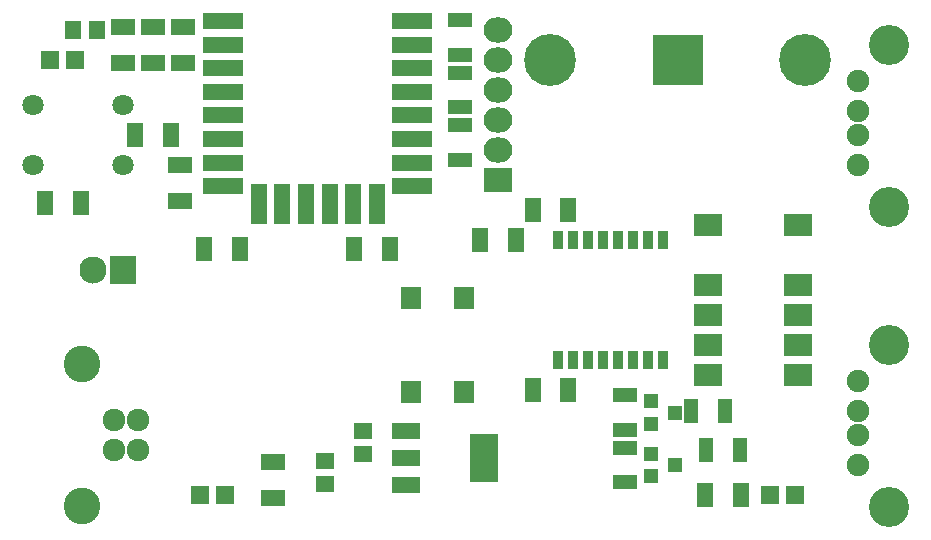
<source format=gts>
G04 #@! TF.FileFunction,Soldermask,Top*
%FSLAX46Y46*%
G04 Gerber Fmt 4.6, Leading zero omitted, Abs format (unit mm)*
G04 Created by KiCad (PCBNEW 4.0.4-stable) date 10/25/16 00:02:51*
%MOMM*%
%LPD*%
G01*
G04 APERTURE LIST*
%ADD10C,0.100000*%
%ADD11C,4.400000*%
%ADD12R,4.360000X4.360000*%
%ADD13R,1.400000X3.400000*%
%ADD14R,3.400000X1.400000*%
%ADD15R,2.432000X1.924000*%
%ADD16R,2.100000X1.300000*%
%ADD17R,1.598880X1.598880*%
%ADD18C,1.924000*%
%ADD19C,3.100020*%
%ADD20C,1.901140*%
%ADD21C,3.399740*%
%ADD22R,1.200100X1.200100*%
%ADD23R,1.650000X1.400000*%
%ADD24R,2.432000X2.127200*%
%ADD25O,2.432000X2.127200*%
%ADD26R,2.000000X1.400000*%
%ADD27R,1.400000X2.000000*%
%ADD28R,1.300000X2.100000*%
%ADD29R,1.700000X1.950000*%
%ADD30R,0.908000X1.543000*%
%ADD31R,2.432000X4.057600*%
%ADD32R,2.432000X1.416000*%
%ADD33R,1.400000X1.650000*%
%ADD34R,2.300000X2.400000*%
%ADD35C,2.300000*%
%ADD36C,1.797000*%
G04 APERTURE END LIST*
D10*
D11*
X196220000Y-69850000D03*
D12*
X185420000Y-69850000D03*
D11*
X174620000Y-69850000D03*
D13*
X159940000Y-82040000D03*
X157940000Y-82040000D03*
X155940000Y-82040000D03*
X153940000Y-82040000D03*
X151940000Y-82040000D03*
X149940000Y-82040000D03*
D14*
X146940000Y-66540000D03*
X146940000Y-68540000D03*
X146940000Y-70540000D03*
X146940000Y-72540000D03*
X146940000Y-74540000D03*
X146940000Y-76540000D03*
X146940000Y-78540000D03*
X146940000Y-80540000D03*
X162940000Y-80540000D03*
X162940000Y-78540000D03*
X162940000Y-76540000D03*
X162940000Y-74540000D03*
X162940000Y-72540000D03*
X162940000Y-70540000D03*
X162940000Y-68540000D03*
X162940000Y-66540000D03*
D15*
X195580000Y-91440000D03*
X195580000Y-93980000D03*
X195580000Y-96520000D03*
X187960000Y-96520000D03*
X187960000Y-93980000D03*
X187960000Y-91440000D03*
X187960000Y-83820000D03*
X187960000Y-88900000D03*
X195580000Y-88900000D03*
X195580000Y-83820000D03*
D16*
X180975000Y-98245000D03*
X180975000Y-101145000D03*
X180975000Y-102690000D03*
X180975000Y-105590000D03*
D17*
X147099020Y-106680000D03*
X145000980Y-106680000D03*
D18*
X139700000Y-100330000D03*
X139700000Y-102870000D03*
X137701020Y-102870000D03*
X137701020Y-100330000D03*
D19*
X135001000Y-95600520D03*
X135001000Y-107599480D03*
D20*
X200657880Y-71627140D03*
X200657880Y-74167140D03*
X200657880Y-76199140D03*
X200657880Y-78739140D03*
D21*
X203324880Y-68579140D03*
X203324880Y-82295140D03*
D22*
X183149240Y-98745000D03*
X183149240Y-100645000D03*
X185148220Y-99695000D03*
X183149240Y-103190000D03*
X183149240Y-105090000D03*
X185148220Y-104140000D03*
D20*
X200657880Y-97027140D03*
X200657880Y-99567140D03*
X200657880Y-101599140D03*
X200657880Y-104139140D03*
D21*
X203324880Y-93979140D03*
X203324880Y-107695140D03*
D23*
X155575000Y-105775000D03*
X155575000Y-103775000D03*
X158750000Y-103235000D03*
X158750000Y-101235000D03*
D17*
X132300980Y-69850000D03*
X134399020Y-69850000D03*
X193260980Y-106680000D03*
X195359020Y-106680000D03*
D24*
X170180000Y-80010000D03*
D25*
X170180000Y-77470000D03*
X170180000Y-74930000D03*
X170180000Y-72390000D03*
X170180000Y-69850000D03*
X170180000Y-67310000D03*
D26*
X151130000Y-106910000D03*
X151130000Y-103910000D03*
D27*
X131850000Y-81915000D03*
X134850000Y-81915000D03*
D26*
X143510000Y-67080000D03*
X143510000Y-70080000D03*
D27*
X176125000Y-97790000D03*
X173125000Y-97790000D03*
D26*
X143256000Y-78764000D03*
X143256000Y-81764000D03*
X140970000Y-70080000D03*
X140970000Y-67080000D03*
D16*
X167005000Y-73840000D03*
X167005000Y-70940000D03*
X167005000Y-69395000D03*
X167005000Y-66495000D03*
X167005000Y-78285000D03*
X167005000Y-75385000D03*
D28*
X189410000Y-99568000D03*
X186510000Y-99568000D03*
X190680000Y-102870000D03*
X187780000Y-102870000D03*
D29*
X162850000Y-90005000D03*
X167350000Y-90005000D03*
X167350000Y-97955000D03*
X162850000Y-97955000D03*
D30*
X175260000Y-95250000D03*
X176530000Y-95250000D03*
X177800000Y-95250000D03*
X179070000Y-95250000D03*
X180340000Y-95250000D03*
X181610000Y-95250000D03*
X182880000Y-95250000D03*
X184150000Y-95250000D03*
X184150000Y-85090000D03*
X182880000Y-85090000D03*
X181610000Y-85090000D03*
X180340000Y-85090000D03*
X179070000Y-85090000D03*
X177800000Y-85090000D03*
X176530000Y-85090000D03*
X175260000Y-85090000D03*
D27*
X139470000Y-76200000D03*
X142470000Y-76200000D03*
X190730000Y-106680000D03*
X187730000Y-106680000D03*
D31*
X169037000Y-103505000D03*
D32*
X162433000Y-103505000D03*
X162433000Y-105791000D03*
X162433000Y-101219000D03*
D33*
X136255000Y-67310000D03*
X134255000Y-67310000D03*
D27*
X171680000Y-85090000D03*
X168680000Y-85090000D03*
X176125000Y-82550000D03*
X173125000Y-82550000D03*
D26*
X138430000Y-70080000D03*
X138430000Y-67080000D03*
D27*
X148312000Y-85852000D03*
X145312000Y-85852000D03*
X158012000Y-85852000D03*
X161012000Y-85852000D03*
D34*
X138430000Y-87630000D03*
D35*
X135890000Y-87630000D03*
D36*
X138430000Y-73660000D03*
X138430000Y-78740000D03*
X130810000Y-73660000D03*
X130810000Y-78740000D03*
M02*

</source>
